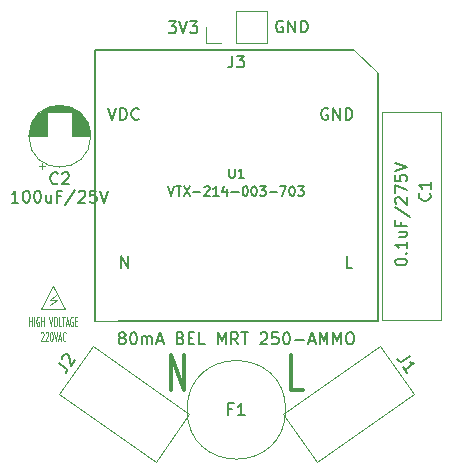
<source format=gto>
%TF.GenerationSoftware,KiCad,Pcbnew,(5.1.9-0-10_14)*%
%TF.CreationDate,2024-01-23T11:46:41+01:00*%
%TF.ProjectId,berker-sensor-acdc,6265726b-6572-42d7-9365-6e736f722d61,rev?*%
%TF.SameCoordinates,Original*%
%TF.FileFunction,Legend,Top*%
%TF.FilePolarity,Positive*%
%FSLAX46Y46*%
G04 Gerber Fmt 4.6, Leading zero omitted, Abs format (unit mm)*
G04 Created by KiCad (PCBNEW (5.1.9-0-10_14)) date 2024-01-23 11:46:41*
%MOMM*%
%LPD*%
G01*
G04 APERTURE LIST*
%ADD10C,0.075000*%
%ADD11C,0.120000*%
%ADD12C,0.150000*%
%ADD13C,0.300000*%
%ADD14C,0.127000*%
G04 APERTURE END LIST*
D10*
X-17519047Y-6924404D02*
X-17519047Y-6124404D01*
X-17519047Y-6505357D02*
X-17290476Y-6505357D01*
X-17290476Y-6924404D02*
X-17290476Y-6124404D01*
X-17100000Y-6924404D02*
X-17100000Y-6124404D01*
X-16699999Y-6162500D02*
X-16738095Y-6124404D01*
X-16795238Y-6124404D01*
X-16852380Y-6162500D01*
X-16890476Y-6238690D01*
X-16909523Y-6314880D01*
X-16928571Y-6467261D01*
X-16928571Y-6581547D01*
X-16909523Y-6733928D01*
X-16890476Y-6810119D01*
X-16852380Y-6886309D01*
X-16795238Y-6924404D01*
X-16757142Y-6924404D01*
X-16699999Y-6886309D01*
X-16680952Y-6848214D01*
X-16680952Y-6581547D01*
X-16757142Y-6581547D01*
X-16509523Y-6924404D02*
X-16509523Y-6124404D01*
X-16509523Y-6505357D02*
X-16280952Y-6505357D01*
X-16280952Y-6924404D02*
X-16280952Y-6124404D01*
X-15842857Y-6124404D02*
X-15709523Y-6924404D01*
X-15576190Y-6124404D01*
X-15366666Y-6124404D02*
X-15290476Y-6124404D01*
X-15252380Y-6162500D01*
X-15214285Y-6238690D01*
X-15195238Y-6391071D01*
X-15195238Y-6657738D01*
X-15214285Y-6810119D01*
X-15252380Y-6886309D01*
X-15290476Y-6924404D01*
X-15366666Y-6924404D01*
X-15404761Y-6886309D01*
X-15442857Y-6810119D01*
X-15461904Y-6657738D01*
X-15461904Y-6391071D01*
X-15442857Y-6238690D01*
X-15404761Y-6162500D01*
X-15366666Y-6124404D01*
X-14833333Y-6924404D02*
X-15023809Y-6924404D01*
X-15023809Y-6124404D01*
X-14757142Y-6124404D02*
X-14528571Y-6124404D01*
X-14642857Y-6924404D02*
X-14642857Y-6124404D01*
X-14414285Y-6695833D02*
X-14223809Y-6695833D01*
X-14452380Y-6924404D02*
X-14319047Y-6124404D01*
X-14185714Y-6924404D01*
X-13842857Y-6162500D02*
X-13880952Y-6124404D01*
X-13938095Y-6124404D01*
X-13995238Y-6162500D01*
X-14033333Y-6238690D01*
X-14052380Y-6314880D01*
X-14071428Y-6467261D01*
X-14071428Y-6581547D01*
X-14052380Y-6733928D01*
X-14033333Y-6810119D01*
X-13995238Y-6886309D01*
X-13938095Y-6924404D01*
X-13900000Y-6924404D01*
X-13842857Y-6886309D01*
X-13823809Y-6848214D01*
X-13823809Y-6581547D01*
X-13900000Y-6581547D01*
X-13652380Y-6505357D02*
X-13519047Y-6505357D01*
X-13461904Y-6924404D02*
X-13652380Y-6924404D01*
X-13652380Y-6124404D01*
X-13461904Y-6124404D01*
X-16538095Y-7475595D02*
X-16519047Y-7437500D01*
X-16480952Y-7399404D01*
X-16385714Y-7399404D01*
X-16347619Y-7437500D01*
X-16328571Y-7475595D01*
X-16309523Y-7551785D01*
X-16309523Y-7627976D01*
X-16328571Y-7742261D01*
X-16557142Y-8199404D01*
X-16309523Y-8199404D01*
X-16157142Y-7475595D02*
X-16138095Y-7437500D01*
X-16100000Y-7399404D01*
X-16004761Y-7399404D01*
X-15966666Y-7437500D01*
X-15947619Y-7475595D01*
X-15928571Y-7551785D01*
X-15928571Y-7627976D01*
X-15947619Y-7742261D01*
X-16176190Y-8199404D01*
X-15928571Y-8199404D01*
X-15680952Y-7399404D02*
X-15642857Y-7399404D01*
X-15604761Y-7437500D01*
X-15585714Y-7475595D01*
X-15566666Y-7551785D01*
X-15547619Y-7704166D01*
X-15547619Y-7894642D01*
X-15566666Y-8047023D01*
X-15585714Y-8123214D01*
X-15604761Y-8161309D01*
X-15642857Y-8199404D01*
X-15680952Y-8199404D01*
X-15719047Y-8161309D01*
X-15738095Y-8123214D01*
X-15757142Y-8047023D01*
X-15776190Y-7894642D01*
X-15776190Y-7704166D01*
X-15757142Y-7551785D01*
X-15738095Y-7475595D01*
X-15719047Y-7437500D01*
X-15680952Y-7399404D01*
X-15433333Y-7399404D02*
X-15300000Y-8199404D01*
X-15166666Y-7399404D01*
X-15052380Y-7970833D02*
X-14861904Y-7970833D01*
X-15090476Y-8199404D02*
X-14957142Y-7399404D01*
X-14823809Y-8199404D01*
X-14461904Y-8123214D02*
X-14480952Y-8161309D01*
X-14538095Y-8199404D01*
X-14576190Y-8199404D01*
X-14633333Y-8161309D01*
X-14671428Y-8085119D01*
X-14690476Y-8008928D01*
X-14709523Y-7856547D01*
X-14709523Y-7742261D01*
X-14690476Y-7589880D01*
X-14671428Y-7513690D01*
X-14633333Y-7437500D01*
X-14576190Y-7399404D01*
X-14538095Y-7399404D01*
X-14480952Y-7437500D01*
X-14461904Y-7475595D01*
D11*
X-15800000Y-4700000D02*
X-15300000Y-4300000D01*
X-15200000Y-4700000D02*
X-15800000Y-5100000D01*
X-15800000Y-4700000D02*
X-15200000Y-4700000D01*
X-14500000Y-5500000D02*
X-15500000Y-3500000D01*
X-16500000Y-5500000D02*
X-14500000Y-5500000D01*
X-15500000Y-3500000D02*
X-16500000Y-5500000D01*
D12*
X3938095Y18900000D02*
X3842857Y18947619D01*
X3700000Y18947619D01*
X3557142Y18900000D01*
X3461904Y18804761D01*
X3414285Y18709523D01*
X3366666Y18519047D01*
X3366666Y18376190D01*
X3414285Y18185714D01*
X3461904Y18090476D01*
X3557142Y17995238D01*
X3700000Y17947619D01*
X3795238Y17947619D01*
X3938095Y17995238D01*
X3985714Y18042857D01*
X3985714Y18376190D01*
X3795238Y18376190D01*
X4414285Y17947619D02*
X4414285Y18947619D01*
X4985714Y17947619D01*
X4985714Y18947619D01*
X5461904Y17947619D02*
X5461904Y18947619D01*
X5700000Y18947619D01*
X5842857Y18900000D01*
X5938095Y18804761D01*
X5985714Y18709523D01*
X6033333Y18519047D01*
X6033333Y18376190D01*
X5985714Y18185714D01*
X5938095Y18090476D01*
X5842857Y17995238D01*
X5700000Y17947619D01*
X5461904Y17947619D01*
X-5738095Y18897619D02*
X-5119047Y18897619D01*
X-5452380Y18516666D01*
X-5309523Y18516666D01*
X-5214285Y18469047D01*
X-5166666Y18421428D01*
X-5119047Y18326190D01*
X-5119047Y18088095D01*
X-5166666Y17992857D01*
X-5214285Y17945238D01*
X-5309523Y17897619D01*
X-5595238Y17897619D01*
X-5690476Y17945238D01*
X-5738095Y17992857D01*
X-4833333Y18897619D02*
X-4500000Y17897619D01*
X-4166666Y18897619D01*
X-3928571Y18897619D02*
X-3309523Y18897619D01*
X-3642857Y18516666D01*
X-3500000Y18516666D01*
X-3404761Y18469047D01*
X-3357142Y18421428D01*
X-3309523Y18326190D01*
X-3309523Y18088095D01*
X-3357142Y17992857D01*
X-3404761Y17945238D01*
X-3500000Y17897619D01*
X-3785714Y17897619D01*
X-3880952Y17945238D01*
X-3928571Y17992857D01*
D13*
X-5571428Y-12357142D02*
X-5571428Y-9357142D01*
X-4428571Y-12357142D01*
X-4428571Y-9357142D01*
X5619047Y-12357142D02*
X4666666Y-12357142D01*
X4666666Y-9357142D01*
D11*
%TO.C,J2*%
X-12161819Y-8584238D02*
X-15029701Y-12679998D01*
X-15029701Y-12679998D02*
X-6838181Y-18415762D01*
X-6838181Y-18415762D02*
X-3970299Y-14320002D01*
X-3970299Y-14320002D02*
X-12161819Y-8584238D01*
%TO.C,J1*%
X15029701Y-12679998D02*
X12161819Y-8584238D01*
X12161819Y-8584238D02*
X3970299Y-14320002D01*
X3970299Y-14320002D02*
X6838181Y-18415762D01*
X6838181Y-18415762D02*
X15029701Y-12679998D01*
%TO.C,U1*%
X12000000Y14500000D02*
X10000000Y16500000D01*
X-10000000Y-6500000D02*
X-12000000Y-6500000D01*
D14*
X-12000000Y16500000D02*
X-12000000Y-6500000D01*
X10000000Y16500000D02*
X-12000000Y16500000D01*
X12000000Y-6500000D02*
X12000000Y14500000D01*
X-10000000Y-6500000D02*
X12000000Y-6500000D01*
D11*
%TO.C,F1*%
X4175000Y-14000000D02*
G75*
G03*
X4175000Y-14000000I-4175000J0D01*
G01*
%TO.C,J3*%
X-2600000Y17070000D02*
X-2600000Y18400000D01*
X-1270000Y17070000D02*
X-2600000Y17070000D01*
X0Y17070000D02*
X0Y19730000D01*
X0Y19730000D02*
X2600000Y19730000D01*
X0Y17070000D02*
X2600000Y17070000D01*
X2600000Y17070000D02*
X2600000Y19730000D01*
%TO.C,C1*%
X12300000Y11200000D02*
X17300000Y11200000D01*
X17300000Y11200000D02*
X17300000Y-6400000D01*
X17300000Y-6400000D02*
X12300000Y-6400000D01*
X12300000Y-6400000D02*
X12300000Y11200000D01*
%TO.C,C2*%
X-16675000Y6615225D02*
X-16175000Y6615225D01*
X-16425000Y6365225D02*
X-16425000Y6865225D01*
X-15234000Y11771000D02*
X-14666000Y11771000D01*
X-15468000Y11731000D02*
X-14432000Y11731000D01*
X-15627000Y11691000D02*
X-14273000Y11691000D01*
X-15755000Y11651000D02*
X-14145000Y11651000D01*
X-15865000Y11611000D02*
X-14035000Y11611000D01*
X-15961000Y11571000D02*
X-13939000Y11571000D01*
X-16048000Y11531000D02*
X-13852000Y11531000D01*
X-16128000Y11491000D02*
X-13772000Y11491000D01*
X-16201000Y11451000D02*
X-13699000Y11451000D01*
X-16269000Y11411000D02*
X-13631000Y11411000D01*
X-16333000Y11371000D02*
X-13567000Y11371000D01*
X-16393000Y11331000D02*
X-13507000Y11331000D01*
X-16450000Y11291000D02*
X-13450000Y11291000D01*
X-16504000Y11251000D02*
X-13396000Y11251000D01*
X-16555000Y11211000D02*
X-13345000Y11211000D01*
X-13910000Y11171000D02*
X-13297000Y11171000D01*
X-16603000Y11171000D02*
X-15990000Y11171000D01*
X-13910000Y11131000D02*
X-13251000Y11131000D01*
X-16649000Y11131000D02*
X-15990000Y11131000D01*
X-13910000Y11091000D02*
X-13207000Y11091000D01*
X-16693000Y11091000D02*
X-15990000Y11091000D01*
X-13910000Y11051000D02*
X-13165000Y11051000D01*
X-16735000Y11051000D02*
X-15990000Y11051000D01*
X-13910000Y11011000D02*
X-13124000Y11011000D01*
X-16776000Y11011000D02*
X-15990000Y11011000D01*
X-13910000Y10971000D02*
X-13086000Y10971000D01*
X-16814000Y10971000D02*
X-15990000Y10971000D01*
X-13910000Y10931000D02*
X-13049000Y10931000D01*
X-16851000Y10931000D02*
X-15990000Y10931000D01*
X-13910000Y10891000D02*
X-13013000Y10891000D01*
X-16887000Y10891000D02*
X-15990000Y10891000D01*
X-13910000Y10851000D02*
X-12979000Y10851000D01*
X-16921000Y10851000D02*
X-15990000Y10851000D01*
X-13910000Y10811000D02*
X-12946000Y10811000D01*
X-16954000Y10811000D02*
X-15990000Y10811000D01*
X-13910000Y10771000D02*
X-12915000Y10771000D01*
X-16985000Y10771000D02*
X-15990000Y10771000D01*
X-13910000Y10731000D02*
X-12885000Y10731000D01*
X-17015000Y10731000D02*
X-15990000Y10731000D01*
X-13910000Y10691000D02*
X-12855000Y10691000D01*
X-17045000Y10691000D02*
X-15990000Y10691000D01*
X-13910000Y10651000D02*
X-12828000Y10651000D01*
X-17072000Y10651000D02*
X-15990000Y10651000D01*
X-13910000Y10611000D02*
X-12801000Y10611000D01*
X-17099000Y10611000D02*
X-15990000Y10611000D01*
X-13910000Y10571000D02*
X-12775000Y10571000D01*
X-17125000Y10571000D02*
X-15990000Y10571000D01*
X-13910000Y10531000D02*
X-12750000Y10531000D01*
X-17150000Y10531000D02*
X-15990000Y10531000D01*
X-13910000Y10491000D02*
X-12726000Y10491000D01*
X-17174000Y10491000D02*
X-15990000Y10491000D01*
X-13910000Y10451000D02*
X-12703000Y10451000D01*
X-17197000Y10451000D02*
X-15990000Y10451000D01*
X-13910000Y10411000D02*
X-12682000Y10411000D01*
X-17218000Y10411000D02*
X-15990000Y10411000D01*
X-13910000Y10371000D02*
X-12660000Y10371000D01*
X-17240000Y10371000D02*
X-15990000Y10371000D01*
X-13910000Y10331000D02*
X-12640000Y10331000D01*
X-17260000Y10331000D02*
X-15990000Y10331000D01*
X-13910000Y10291000D02*
X-12621000Y10291000D01*
X-17279000Y10291000D02*
X-15990000Y10291000D01*
X-13910000Y10251000D02*
X-12602000Y10251000D01*
X-17298000Y10251000D02*
X-15990000Y10251000D01*
X-13910000Y10211000D02*
X-12585000Y10211000D01*
X-17315000Y10211000D02*
X-15990000Y10211000D01*
X-13910000Y10171000D02*
X-12568000Y10171000D01*
X-17332000Y10171000D02*
X-15990000Y10171000D01*
X-13910000Y10131000D02*
X-12552000Y10131000D01*
X-17348000Y10131000D02*
X-15990000Y10131000D01*
X-13910000Y10091000D02*
X-12536000Y10091000D01*
X-17364000Y10091000D02*
X-15990000Y10091000D01*
X-13910000Y10051000D02*
X-12522000Y10051000D01*
X-17378000Y10051000D02*
X-15990000Y10051000D01*
X-13910000Y10011000D02*
X-12508000Y10011000D01*
X-17392000Y10011000D02*
X-15990000Y10011000D01*
X-13910000Y9971000D02*
X-12495000Y9971000D01*
X-17405000Y9971000D02*
X-15990000Y9971000D01*
X-13910000Y9931000D02*
X-12482000Y9931000D01*
X-17418000Y9931000D02*
X-15990000Y9931000D01*
X-13910000Y9891000D02*
X-12470000Y9891000D01*
X-17430000Y9891000D02*
X-15990000Y9891000D01*
X-13910000Y9850000D02*
X-12459000Y9850000D01*
X-17441000Y9850000D02*
X-15990000Y9850000D01*
X-13910000Y9810000D02*
X-12449000Y9810000D01*
X-17451000Y9810000D02*
X-15990000Y9810000D01*
X-13910000Y9770000D02*
X-12439000Y9770000D01*
X-17461000Y9770000D02*
X-15990000Y9770000D01*
X-13910000Y9730000D02*
X-12430000Y9730000D01*
X-17470000Y9730000D02*
X-15990000Y9730000D01*
X-13910000Y9690000D02*
X-12422000Y9690000D01*
X-17478000Y9690000D02*
X-15990000Y9690000D01*
X-13910000Y9650000D02*
X-12414000Y9650000D01*
X-17486000Y9650000D02*
X-15990000Y9650000D01*
X-13910000Y9610000D02*
X-12407000Y9610000D01*
X-17493000Y9610000D02*
X-15990000Y9610000D01*
X-13910000Y9570000D02*
X-12400000Y9570000D01*
X-17500000Y9570000D02*
X-15990000Y9570000D01*
X-13910000Y9530000D02*
X-12394000Y9530000D01*
X-17506000Y9530000D02*
X-15990000Y9530000D01*
X-13910000Y9490000D02*
X-12389000Y9490000D01*
X-17511000Y9490000D02*
X-15990000Y9490000D01*
X-13910000Y9450000D02*
X-12385000Y9450000D01*
X-17515000Y9450000D02*
X-15990000Y9450000D01*
X-13910000Y9410000D02*
X-12381000Y9410000D01*
X-17519000Y9410000D02*
X-15990000Y9410000D01*
X-13910000Y9370000D02*
X-12377000Y9370000D01*
X-17523000Y9370000D02*
X-15990000Y9370000D01*
X-13910000Y9330000D02*
X-12374000Y9330000D01*
X-17526000Y9330000D02*
X-15990000Y9330000D01*
X-13910000Y9290000D02*
X-12372000Y9290000D01*
X-17528000Y9290000D02*
X-15990000Y9290000D01*
X-13910000Y9250000D02*
X-12371000Y9250000D01*
X-17529000Y9250000D02*
X-15990000Y9250000D01*
X-17530000Y9210000D02*
X-15990000Y9210000D01*
X-13910000Y9210000D02*
X-12370000Y9210000D01*
X-17530000Y9170000D02*
X-15990000Y9170000D01*
X-13910000Y9170000D02*
X-12370000Y9170000D01*
X-12330000Y9170000D02*
G75*
G03*
X-12330000Y9170000I-2620000J0D01*
G01*
%TO.C,J2*%
D12*
X-15054687Y-10017490D02*
X-14469578Y-10427187D01*
X-14379870Y-10548134D01*
X-14356482Y-10680775D01*
X-14399414Y-10825110D01*
X-14454040Y-10903124D01*
X-14730854Y-9721051D02*
X-14742548Y-9654731D01*
X-14726929Y-9549403D01*
X-14590363Y-9354367D01*
X-14496730Y-9303665D01*
X-14430409Y-9291971D01*
X-14325082Y-9307590D01*
X-14247067Y-9362217D01*
X-14157358Y-9483163D01*
X-14017030Y-10279008D01*
X-13661958Y-9771914D01*
%TO.C,J1*%
X14672303Y-9471388D02*
X14087194Y-9881086D01*
X13942859Y-9924018D01*
X13810218Y-9900630D01*
X13689272Y-9810921D01*
X13634645Y-9732907D01*
X14426727Y-10864117D02*
X14098969Y-10396030D01*
X14262848Y-10630073D02*
X15082000Y-10056497D01*
X14910352Y-10060422D01*
X14777711Y-10037034D01*
X14684078Y-9986333D01*
%TO.C,U1*%
X-599925Y6431196D02*
X-599925Y5793775D01*
X-562430Y5718785D01*
X-524934Y5681289D01*
X-449943Y5643794D01*
X-299962Y5643794D01*
X-224972Y5681289D01*
X-187476Y5718785D01*
X-149981Y5793775D01*
X-149981Y6431196D01*
X637420Y5643794D02*
X187476Y5643794D01*
X412448Y5643794D02*
X412448Y6431196D01*
X337458Y6318710D01*
X262467Y6243719D01*
X187476Y6206224D01*
X-5774281Y4931196D02*
X-5511814Y4143794D01*
X-5249346Y4931196D01*
X-5099365Y4931196D02*
X-4649421Y4931196D01*
X-4874393Y4143794D02*
X-4874393Y4931196D01*
X-4461944Y4931196D02*
X-3937010Y4143794D01*
X-3937010Y4931196D02*
X-4461944Y4143794D01*
X-3637047Y4443757D02*
X-3037122Y4443757D01*
X-2699663Y4856205D02*
X-2662168Y4893701D01*
X-2587177Y4931196D01*
X-2399701Y4931196D01*
X-2324710Y4893701D01*
X-2287215Y4856205D01*
X-2249720Y4781215D01*
X-2249720Y4706224D01*
X-2287215Y4593738D01*
X-2737159Y4143794D01*
X-2249720Y4143794D01*
X-1499813Y4143794D02*
X-1949757Y4143794D01*
X-1724785Y4143794D02*
X-1724785Y4931196D01*
X-1799776Y4818710D01*
X-1874766Y4743719D01*
X-1949757Y4706224D01*
X-824897Y4668729D02*
X-824897Y4143794D01*
X-1012374Y4968691D02*
X-1199850Y4406261D01*
X-712411Y4406261D01*
X-412448Y4443757D02*
X187476Y4443757D01*
X712411Y4931196D02*
X787402Y4931196D01*
X862392Y4893701D01*
X899888Y4856205D01*
X937383Y4781215D01*
X974878Y4631233D01*
X974878Y4443757D01*
X937383Y4293775D01*
X899888Y4218785D01*
X862392Y4181289D01*
X787402Y4143794D01*
X712411Y4143794D01*
X637420Y4181289D01*
X599925Y4218785D01*
X562430Y4293775D01*
X524934Y4443757D01*
X524934Y4631233D01*
X562430Y4781215D01*
X599925Y4856205D01*
X637420Y4893701D01*
X712411Y4931196D01*
X1462318Y4931196D02*
X1537308Y4931196D01*
X1612299Y4893701D01*
X1649794Y4856205D01*
X1687290Y4781215D01*
X1724785Y4631233D01*
X1724785Y4443757D01*
X1687290Y4293775D01*
X1649794Y4218785D01*
X1612299Y4181289D01*
X1537308Y4143794D01*
X1462318Y4143794D01*
X1387327Y4181289D01*
X1349832Y4218785D01*
X1312336Y4293775D01*
X1274841Y4443757D01*
X1274841Y4631233D01*
X1312336Y4781215D01*
X1349832Y4856205D01*
X1387327Y4893701D01*
X1462318Y4931196D01*
X1987252Y4931196D02*
X2474692Y4931196D01*
X2212224Y4631233D01*
X2324710Y4631233D01*
X2399701Y4593738D01*
X2437196Y4556243D01*
X2474692Y4481252D01*
X2474692Y4293775D01*
X2437196Y4218785D01*
X2399701Y4181289D01*
X2324710Y4143794D01*
X2099738Y4143794D01*
X2024748Y4181289D01*
X1987252Y4218785D01*
X2812150Y4443757D02*
X3412075Y4443757D01*
X3712038Y4931196D02*
X4236972Y4931196D01*
X3899514Y4143794D01*
X4686916Y4931196D02*
X4761907Y4931196D01*
X4836898Y4893701D01*
X4874393Y4856205D01*
X4911888Y4781215D01*
X4949384Y4631233D01*
X4949384Y4443757D01*
X4911888Y4293775D01*
X4874393Y4218785D01*
X4836898Y4181289D01*
X4761907Y4143794D01*
X4686916Y4143794D01*
X4611926Y4181289D01*
X4574430Y4218785D01*
X4536935Y4293775D01*
X4499440Y4443757D01*
X4499440Y4631233D01*
X4536935Y4781215D01*
X4574430Y4856205D01*
X4611926Y4893701D01*
X4686916Y4931196D01*
X5211851Y4931196D02*
X5699290Y4931196D01*
X5436823Y4631233D01*
X5549309Y4631233D01*
X5624299Y4593738D01*
X5661795Y4556243D01*
X5699290Y4481252D01*
X5699290Y4293775D01*
X5661795Y4218785D01*
X5624299Y4181289D01*
X5549309Y4143794D01*
X5324337Y4143794D01*
X5249346Y4181289D01*
X5211851Y4218785D01*
X-9785714Y-1952380D02*
X-9785714Y-952380D01*
X-9214285Y-1952380D01*
X-9214285Y-952380D01*
X9809523Y-1952380D02*
X9333333Y-1952380D01*
X9333333Y-952380D01*
X-10833333Y11547619D02*
X-10500000Y10547619D01*
X-10166666Y11547619D01*
X-9833333Y10547619D02*
X-9833333Y11547619D01*
X-9595238Y11547619D01*
X-9452380Y11500000D01*
X-9357142Y11404761D01*
X-9309523Y11309523D01*
X-9261904Y11119047D01*
X-9261904Y10976190D01*
X-9309523Y10785714D01*
X-9357142Y10690476D01*
X-9452380Y10595238D01*
X-9595238Y10547619D01*
X-9833333Y10547619D01*
X-8261904Y10642857D02*
X-8309523Y10595238D01*
X-8452380Y10547619D01*
X-8547619Y10547619D01*
X-8690476Y10595238D01*
X-8785714Y10690476D01*
X-8833333Y10785714D01*
X-8880952Y10976190D01*
X-8880952Y11119047D01*
X-8833333Y11309523D01*
X-8785714Y11404761D01*
X-8690476Y11500000D01*
X-8547619Y11547619D01*
X-8452380Y11547619D01*
X-8309523Y11500000D01*
X-8261904Y11452380D01*
X7738095Y11500000D02*
X7642857Y11547619D01*
X7499999Y11547619D01*
X7357142Y11500000D01*
X7261904Y11404761D01*
X7214285Y11309523D01*
X7166666Y11119047D01*
X7166666Y10976190D01*
X7214285Y10785714D01*
X7261904Y10690476D01*
X7357142Y10595238D01*
X7499999Y10547619D01*
X7595238Y10547619D01*
X7738095Y10595238D01*
X7785714Y10642857D01*
X7785714Y10976190D01*
X7595238Y10976190D01*
X8214285Y10547619D02*
X8214285Y11547619D01*
X8785714Y10547619D01*
X8785714Y11547619D01*
X9261904Y10547619D02*
X9261904Y11547619D01*
X9500000Y11547619D01*
X9642857Y11500000D01*
X9738095Y11404761D01*
X9785714Y11309523D01*
X9833333Y11119047D01*
X9833333Y10976190D01*
X9785714Y10785714D01*
X9738095Y10690476D01*
X9642857Y10595238D01*
X9500000Y10547619D01*
X9261904Y10547619D01*
%TO.C,F1*%
X-333333Y-13928571D02*
X-666666Y-13928571D01*
X-666666Y-14452380D02*
X-666666Y-13452380D01*
X-190476Y-13452380D01*
X714285Y-14452380D02*
X142857Y-14452380D01*
X428571Y-14452380D02*
X428571Y-13452380D01*
X333333Y-13595238D01*
X238095Y-13690476D01*
X142857Y-13738095D01*
X-9761904Y-7880952D02*
X-9857142Y-7833333D01*
X-9904761Y-7785714D01*
X-9952380Y-7690476D01*
X-9952380Y-7642857D01*
X-9904761Y-7547619D01*
X-9857142Y-7500000D01*
X-9761904Y-7452380D01*
X-9571428Y-7452380D01*
X-9476190Y-7500000D01*
X-9428571Y-7547619D01*
X-9380952Y-7642857D01*
X-9380952Y-7690476D01*
X-9428571Y-7785714D01*
X-9476190Y-7833333D01*
X-9571428Y-7880952D01*
X-9761904Y-7880952D01*
X-9857142Y-7928571D01*
X-9904761Y-7976190D01*
X-9952380Y-8071428D01*
X-9952380Y-8261904D01*
X-9904761Y-8357142D01*
X-9857142Y-8404761D01*
X-9761904Y-8452380D01*
X-9571428Y-8452380D01*
X-9476190Y-8404761D01*
X-9428571Y-8357142D01*
X-9380952Y-8261904D01*
X-9380952Y-8071428D01*
X-9428571Y-7976190D01*
X-9476190Y-7928571D01*
X-9571428Y-7880952D01*
X-8761904Y-7452380D02*
X-8666666Y-7452380D01*
X-8571428Y-7500000D01*
X-8523809Y-7547619D01*
X-8476190Y-7642857D01*
X-8428571Y-7833333D01*
X-8428571Y-8071428D01*
X-8476190Y-8261904D01*
X-8523809Y-8357142D01*
X-8571428Y-8404761D01*
X-8666666Y-8452380D01*
X-8761904Y-8452380D01*
X-8857142Y-8404761D01*
X-8904761Y-8357142D01*
X-8952380Y-8261904D01*
X-9000000Y-8071428D01*
X-9000000Y-7833333D01*
X-8952380Y-7642857D01*
X-8904761Y-7547619D01*
X-8857142Y-7500000D01*
X-8761904Y-7452380D01*
X-7999999Y-8452380D02*
X-7999999Y-7785714D01*
X-7999999Y-7880952D02*
X-7952380Y-7833333D01*
X-7857142Y-7785714D01*
X-7714285Y-7785714D01*
X-7619047Y-7833333D01*
X-7571428Y-7928571D01*
X-7571428Y-8452380D01*
X-7571428Y-7928571D02*
X-7523809Y-7833333D01*
X-7428571Y-7785714D01*
X-7285714Y-7785714D01*
X-7190476Y-7833333D01*
X-7142857Y-7928571D01*
X-7142857Y-8452380D01*
X-6714285Y-8166666D02*
X-6238095Y-8166666D01*
X-6809523Y-8452380D02*
X-6476190Y-7452380D01*
X-6142857Y-8452380D01*
X-4714285Y-7928571D02*
X-4571428Y-7976190D01*
X-4523809Y-8023809D01*
X-4476190Y-8119047D01*
X-4476190Y-8261904D01*
X-4523809Y-8357142D01*
X-4571428Y-8404761D01*
X-4666666Y-8452380D01*
X-5047619Y-8452380D01*
X-5047619Y-7452380D01*
X-4714285Y-7452380D01*
X-4619047Y-7500000D01*
X-4571428Y-7547619D01*
X-4523809Y-7642857D01*
X-4523809Y-7738095D01*
X-4571428Y-7833333D01*
X-4619047Y-7880952D01*
X-4714285Y-7928571D01*
X-5047619Y-7928571D01*
X-4047619Y-7928571D02*
X-3714285Y-7928571D01*
X-3571428Y-8452380D02*
X-4047619Y-8452380D01*
X-4047619Y-7452380D01*
X-3571428Y-7452380D01*
X-2666666Y-8452380D02*
X-3142857Y-8452380D01*
X-3142857Y-7452380D01*
X-1571428Y-8452380D02*
X-1571428Y-7452380D01*
X-1238095Y-8166666D01*
X-904761Y-7452380D01*
X-904761Y-8452380D01*
X142857Y-8452380D02*
X-190476Y-7976190D01*
X-428571Y-8452380D02*
X-428571Y-7452380D01*
X-47619Y-7452380D01*
X47619Y-7500000D01*
X95238Y-7547619D01*
X142857Y-7642857D01*
X142857Y-7785714D01*
X95238Y-7880952D01*
X47619Y-7928571D01*
X-47619Y-7976190D01*
X-428571Y-7976190D01*
X428571Y-7452380D02*
X1000000Y-7452380D01*
X714285Y-8452380D02*
X714285Y-7452380D01*
X2047619Y-7547619D02*
X2095238Y-7500000D01*
X2190476Y-7452380D01*
X2428571Y-7452380D01*
X2523809Y-7500000D01*
X2571428Y-7547619D01*
X2619047Y-7642857D01*
X2619047Y-7738095D01*
X2571428Y-7880952D01*
X2000000Y-8452380D01*
X2619047Y-8452380D01*
X3523809Y-7452380D02*
X3047619Y-7452380D01*
X3000000Y-7928571D01*
X3047619Y-7880952D01*
X3142857Y-7833333D01*
X3380952Y-7833333D01*
X3476190Y-7880952D01*
X3523809Y-7928571D01*
X3571428Y-8023809D01*
X3571428Y-8261904D01*
X3523809Y-8357142D01*
X3476190Y-8404761D01*
X3380952Y-8452380D01*
X3142857Y-8452380D01*
X3047619Y-8404761D01*
X3000000Y-8357142D01*
X4190476Y-7452380D02*
X4285714Y-7452380D01*
X4380952Y-7500000D01*
X4428571Y-7547619D01*
X4476190Y-7642857D01*
X4523809Y-7833333D01*
X4523809Y-8071428D01*
X4476190Y-8261904D01*
X4428571Y-8357142D01*
X4380952Y-8404761D01*
X4285714Y-8452380D01*
X4190476Y-8452380D01*
X4095238Y-8404761D01*
X4047619Y-8357142D01*
X4000000Y-8261904D01*
X3952380Y-8071428D01*
X3952380Y-7833333D01*
X4000000Y-7642857D01*
X4047619Y-7547619D01*
X4095238Y-7500000D01*
X4190476Y-7452380D01*
X4952380Y-8071428D02*
X5714285Y-8071428D01*
X6142857Y-8166666D02*
X6619047Y-8166666D01*
X6047619Y-8452380D02*
X6380952Y-7452380D01*
X6714285Y-8452380D01*
X7047619Y-8452380D02*
X7047619Y-7452380D01*
X7380952Y-8166666D01*
X7714285Y-7452380D01*
X7714285Y-8452380D01*
X8190476Y-8452380D02*
X8190476Y-7452380D01*
X8523809Y-8166666D01*
X8857142Y-7452380D01*
X8857142Y-8452380D01*
X9523809Y-7452380D02*
X9714285Y-7452380D01*
X9809523Y-7500000D01*
X9904761Y-7595238D01*
X9952380Y-7785714D01*
X9952380Y-8119047D01*
X9904761Y-8309523D01*
X9809523Y-8404761D01*
X9714285Y-8452380D01*
X9523809Y-8452380D01*
X9428571Y-8404761D01*
X9333333Y-8309523D01*
X9285714Y-8119047D01*
X9285714Y-7785714D01*
X9333333Y-7595238D01*
X9428571Y-7500000D01*
X9523809Y-7452380D01*
%TO.C,J3*%
X-333333Y15997619D02*
X-333333Y15283333D01*
X-380952Y15140476D01*
X-476190Y15045238D01*
X-619047Y14997619D01*
X-714285Y14997619D01*
X47619Y15997619D02*
X666666Y15997619D01*
X333333Y15616666D01*
X476190Y15616666D01*
X571428Y15569047D01*
X619047Y15521428D01*
X666666Y15426190D01*
X666666Y15188095D01*
X619047Y15092857D01*
X571428Y15045238D01*
X476190Y14997619D01*
X190476Y14997619D01*
X95238Y15045238D01*
X47619Y15092857D01*
%TO.C,C1*%
X16357142Y4333333D02*
X16404761Y4285714D01*
X16452380Y4142857D01*
X16452380Y4047619D01*
X16404761Y3904761D01*
X16309523Y3809523D01*
X16214285Y3761904D01*
X16023809Y3714285D01*
X15880952Y3714285D01*
X15690476Y3761904D01*
X15595238Y3809523D01*
X15500000Y3904761D01*
X15452380Y4047619D01*
X15452380Y4142857D01*
X15500000Y4285714D01*
X15547619Y4333333D01*
X16452380Y5285714D02*
X16452380Y4714285D01*
X16452380Y5000000D02*
X15452380Y5000000D01*
X15595238Y4904761D01*
X15690476Y4809523D01*
X15738095Y4714285D01*
X13452380Y-1523809D02*
X13452380Y-1428571D01*
X13500000Y-1333333D01*
X13547619Y-1285714D01*
X13642857Y-1238095D01*
X13833333Y-1190476D01*
X14071428Y-1190476D01*
X14261904Y-1238095D01*
X14357142Y-1285714D01*
X14404761Y-1333333D01*
X14452380Y-1428571D01*
X14452380Y-1523809D01*
X14404761Y-1619047D01*
X14357142Y-1666666D01*
X14261904Y-1714285D01*
X14071428Y-1761904D01*
X13833333Y-1761904D01*
X13642857Y-1714285D01*
X13547619Y-1666666D01*
X13500000Y-1619047D01*
X13452380Y-1523809D01*
X14357142Y-761904D02*
X14404761Y-714285D01*
X14452380Y-761904D01*
X14404761Y-809523D01*
X14357142Y-761904D01*
X14452380Y-761904D01*
X14452380Y238095D02*
X14452380Y-333333D01*
X14452380Y-47619D02*
X13452380Y-47619D01*
X13595238Y-142857D01*
X13690476Y-238095D01*
X13738095Y-333333D01*
X13785714Y1095238D02*
X14452380Y1095238D01*
X13785714Y666666D02*
X14309523Y666666D01*
X14404761Y714285D01*
X14452380Y809523D01*
X14452380Y952380D01*
X14404761Y1047619D01*
X14357142Y1095238D01*
X13928571Y1904761D02*
X13928571Y1571428D01*
X14452380Y1571428D02*
X13452380Y1571428D01*
X13452380Y2047619D01*
X13404761Y3142857D02*
X14690476Y2285714D01*
X13547619Y3428571D02*
X13500000Y3476190D01*
X13452380Y3571428D01*
X13452380Y3809523D01*
X13500000Y3904761D01*
X13547619Y3952380D01*
X13642857Y4000000D01*
X13738095Y4000000D01*
X13880952Y3952380D01*
X14452380Y3380952D01*
X14452380Y4000000D01*
X13452380Y4333333D02*
X13452380Y5000000D01*
X14452380Y4571428D01*
X13452380Y5857142D02*
X13452380Y5380952D01*
X13928571Y5333333D01*
X13880952Y5380952D01*
X13833333Y5476190D01*
X13833333Y5714285D01*
X13880952Y5809523D01*
X13928571Y5857142D01*
X14023809Y5904761D01*
X14261904Y5904761D01*
X14357142Y5857142D01*
X14404761Y5809523D01*
X14452380Y5714285D01*
X14452380Y5476190D01*
X14404761Y5380952D01*
X14357142Y5333333D01*
X13452380Y6190476D02*
X14452380Y6523809D01*
X13452380Y6857142D01*
%TO.C,C2*%
X-15116666Y5192857D02*
X-15164285Y5145238D01*
X-15307142Y5097619D01*
X-15402380Y5097619D01*
X-15545238Y5145238D01*
X-15640476Y5240476D01*
X-15688095Y5335714D01*
X-15735714Y5526190D01*
X-15735714Y5669047D01*
X-15688095Y5859523D01*
X-15640476Y5954761D01*
X-15545238Y6050000D01*
X-15402380Y6097619D01*
X-15307142Y6097619D01*
X-15164285Y6050000D01*
X-15116666Y6002380D01*
X-14735714Y6002380D02*
X-14688095Y6050000D01*
X-14592857Y6097619D01*
X-14354761Y6097619D01*
X-14259523Y6050000D01*
X-14211904Y6002380D01*
X-14164285Y5907142D01*
X-14164285Y5811904D01*
X-14211904Y5669047D01*
X-14783333Y5097619D01*
X-14164285Y5097619D01*
X-18452380Y3547619D02*
X-19023809Y3547619D01*
X-18738095Y3547619D02*
X-18738095Y4547619D01*
X-18833333Y4404761D01*
X-18928571Y4309523D01*
X-19023809Y4261904D01*
X-17833333Y4547619D02*
X-17738095Y4547619D01*
X-17642857Y4500000D01*
X-17595238Y4452380D01*
X-17547619Y4357142D01*
X-17500000Y4166666D01*
X-17500000Y3928571D01*
X-17547619Y3738095D01*
X-17595238Y3642857D01*
X-17642857Y3595238D01*
X-17738095Y3547619D01*
X-17833333Y3547619D01*
X-17928571Y3595238D01*
X-17976190Y3642857D01*
X-18023809Y3738095D01*
X-18071428Y3928571D01*
X-18071428Y4166666D01*
X-18023809Y4357142D01*
X-17976190Y4452380D01*
X-17928571Y4500000D01*
X-17833333Y4547619D01*
X-16880952Y4547619D02*
X-16785714Y4547619D01*
X-16690476Y4500000D01*
X-16642857Y4452380D01*
X-16595238Y4357142D01*
X-16547619Y4166666D01*
X-16547619Y3928571D01*
X-16595238Y3738095D01*
X-16642857Y3642857D01*
X-16690476Y3595238D01*
X-16785714Y3547619D01*
X-16880952Y3547619D01*
X-16976190Y3595238D01*
X-17023809Y3642857D01*
X-17071428Y3738095D01*
X-17119047Y3928571D01*
X-17119047Y4166666D01*
X-17071428Y4357142D01*
X-17023809Y4452380D01*
X-16976190Y4500000D01*
X-16880952Y4547619D01*
X-15690476Y4214285D02*
X-15690476Y3547619D01*
X-16119047Y4214285D02*
X-16119047Y3690476D01*
X-16071428Y3595238D01*
X-15976190Y3547619D01*
X-15833333Y3547619D01*
X-15738095Y3595238D01*
X-15690476Y3642857D01*
X-14880952Y4071428D02*
X-15214285Y4071428D01*
X-15214285Y3547619D02*
X-15214285Y4547619D01*
X-14738095Y4547619D01*
X-13642857Y4595238D02*
X-14500000Y3309523D01*
X-13357142Y4452380D02*
X-13309523Y4500000D01*
X-13214285Y4547619D01*
X-12976190Y4547619D01*
X-12880952Y4500000D01*
X-12833333Y4452380D01*
X-12785714Y4357142D01*
X-12785714Y4261904D01*
X-12833333Y4119047D01*
X-13404761Y3547619D01*
X-12785714Y3547619D01*
X-11880952Y4547619D02*
X-12357142Y4547619D01*
X-12404761Y4071428D01*
X-12357142Y4119047D01*
X-12261904Y4166666D01*
X-12023809Y4166666D01*
X-11928571Y4119047D01*
X-11880952Y4071428D01*
X-11833333Y3976190D01*
X-11833333Y3738095D01*
X-11880952Y3642857D01*
X-11928571Y3595238D01*
X-12023809Y3547619D01*
X-12261904Y3547619D01*
X-12357142Y3595238D01*
X-12404761Y3642857D01*
X-11547619Y4547619D02*
X-11214285Y3547619D01*
X-10880952Y4547619D01*
%TD*%
M02*

</source>
